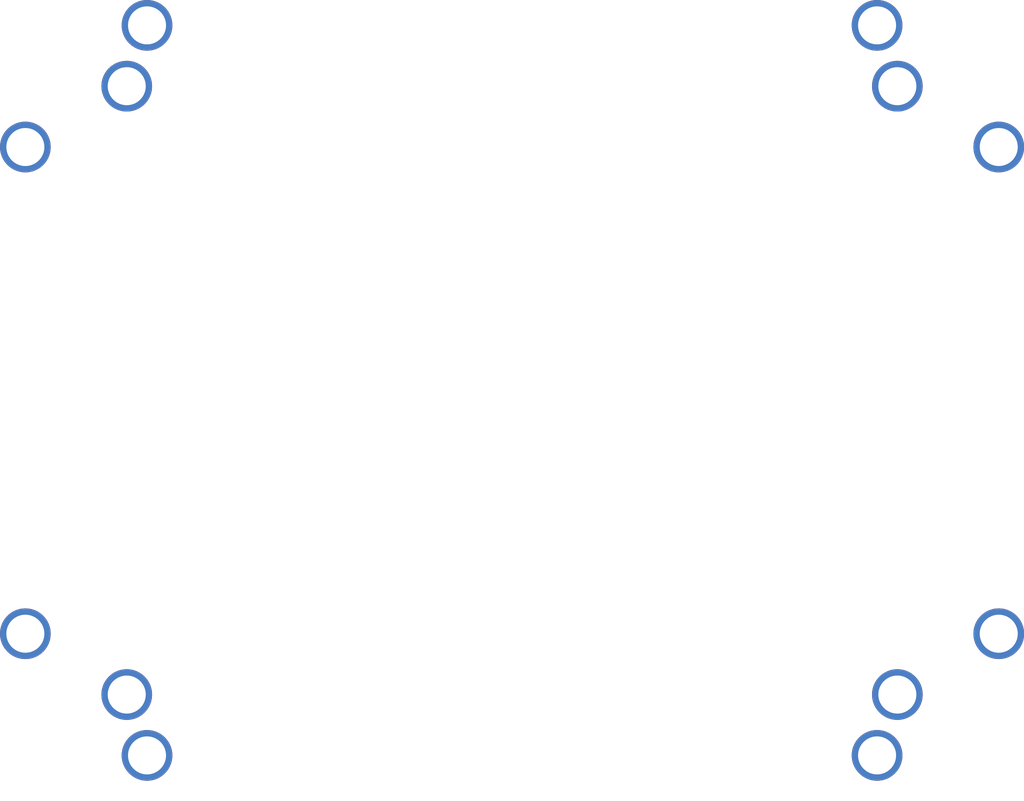
<source format=kicad_pcb>
(kicad_pcb (version 4) (host pcbnew 4.0.7)

  (general
    (links 353)
    (no_connects 168)
    (area 0 0 0 0)
    (thickness 1.6)
    (drawings 0)
    (tracks 0)
    (zones 0)
    (modules 1)
    (nets 1)
  )

  (page A4)
  (layers
    (0 F.Cu signal)
    (31 B.Cu signal)
    (32 B.Adhes user)
    (33 F.Adhes user)
    (34 B.Paste user)
    (35 F.Paste user)
    (36 B.SilkS user)
    (37 F.SilkS user)
    (38 B.Mask user)
    (39 F.Mask user)
    (40 Dwgs.User user)
    (41 Cmts.User user)
    (42 Eco1.User user)
    (43 Eco2.User user)
    (44 Edge.Cuts user)
    (45 Margin user)
    (46 B.CrtYd user)
    (47 F.CrtYd user)
    (48 B.Fab user)
    (49 F.Fab user)
  )

  (setup
    (last_trace_width 0.1524)
    (trace_clearance 0.1524)
    (zone_clearance 0.508)
    (zone_45_only no)
    (trace_min 0.1524)
    (segment_width 0.2)
    (edge_width 0.15)
    (via_size 0.6)
    (via_drill 0.3)
    (via_min_size 0.4)
    (via_min_drill 0.3)
    (uvia_size 0.3)
    (uvia_drill 0.1)
    (uvias_allowed no)
    (uvia_min_size 0.2)
    (uvia_min_drill 0.1)
    (pcb_text_width 0.3)
    (pcb_text_size 1.5 1.5)
    (mod_edge_width 0.15)
    (mod_text_size 1 1)
    (mod_text_width 0.15)
    (pad_size 1.524 1.524)
    (pad_drill 0.762)
    (pad_to_mask_clearance 0.2)
    (aux_axis_origin 0 0)
    (visible_elements 7FFFFFFF)
    (pcbplotparams
      (layerselection 0x00030_80000001)
      (usegerberextensions false)
      (excludeedgelayer true)
      (linewidth 0.100000)
      (plotframeref false)
      (viasonmask false)
      (mode 1)
      (useauxorigin false)
      (hpglpennumber 1)
      (hpglpenspeed 20)
      (hpglpendiameter 15)
      (hpglpenoverlay 2)
      (psnegative false)
      (psa4output false)
      (plotreference true)
      (plotvalue true)
      (plotinvisibletext false)
      (padsonsilk false)
      (subtractmaskfromsilk false)
      (outputformat 1)
      (mirror false)
      (drillshape 1)
      (scaleselection 1)
      (outputdirectory ""))
  )

  (net 0 "")

  (net_class Default "This is the default net class."
    (clearance 0.1524)
    (trace_width 0.1524)
    (via_dia 0.6)
    (via_drill 0.3)
    (uvia_dia 0.3)
    (uvia_drill 0.1)
    (add_net +12V)
    (add_net +3V3)
    (add_net +5V)
    (add_net /CurrentSense)
    (add_net /DUT+)
    (add_net /Measurement/ADC_INPUT)
    (add_net /Measurement/DAC8560)
    (add_net /Measurement/DUT-)
    (add_net /Measurement/FILTER0)
    (add_net /Measurement/FILTER1)
    (add_net /Measurement/OSR0)
    (add_net /Measurement/OSR1)
    (add_net /Measurement/Offset_DAC)
    (add_net /Measurement/Offset_LDAC)
    (add_net /Measurement/S0)
    (add_net /Measurement/S1)
    (add_net /Measurement/SPI0_CE0)
    (add_net /Measurement/SPI0_CLK)
    (add_net /Measurement/SPI0_MISO)
    (add_net /Measurement/SPI0_MOSI)
    (add_net /Measurement/SPI1_CE0)
    (add_net /Measurement/SPI1_CE1)
    (add_net /Measurement/SPI1_CLK)
    (add_net /Measurement/SPI1_MOSI)
    (add_net /Measurement/SenseResistor)
    (add_net /Measurement/VoltageSense)
    (add_net /Measurement/Vref)
    (add_net /Measurement/~DRDY~/FSYNC)
    (add_net /Setpoint)
    (add_net Earth)
    (add_net "Net-(C103-Pad1)")
    (add_net "Net-(C103-Pad2)")
    (add_net "Net-(C205-Pad1)")
    (add_net "Net-(C207-Pad1)")
    (add_net "Net-(C208-Pad1)")
    (add_net "Net-(C209-Pad1)")
    (add_net "Net-(C216-Pad1)")
    (add_net "Net-(D101-Pad1)")
    (add_net "Net-(D101-Pad2)")
    (add_net "Net-(D102-Pad1)")
    (add_net "Net-(D102-Pad2)")
    (add_net "Net-(D201-Pad1)")
    (add_net "Net-(D202-Pad1)")
    (add_net "Net-(D203-Pad1)")
    (add_net "Net-(F101-Pad2)")
    (add_net "Net-(J102-Pad11)")
    (add_net "Net-(J102-Pad13)")
    (add_net "Net-(J102-Pad15)")
    (add_net "Net-(J102-Pad17)")
    (add_net "Net-(J102-Pad19)")
    (add_net "Net-(J102-Pad21)")
    (add_net "Net-(J102-Pad23)")
    (add_net "Net-(J102-Pad25)")
    (add_net "Net-(J102-Pad27)")
    (add_net "Net-(J102-Pad29)")
    (add_net "Net-(J102-Pad5)")
    (add_net "Net-(J102-Pad7)")
    (add_net "Net-(J102-Pad9)")
    (add_net "Net-(Q101-Pad1)")
    (add_net "Net-(Q101-Pad3)")
    (add_net "Net-(Q102-Pad1)")
    (add_net "Net-(Q102-Pad3)")
    (add_net "Net-(Q103-Pad1)")
    (add_net "Net-(Q103-Pad3)")
    (add_net "Net-(Q104-Pad1)")
    (add_net "Net-(Q104-Pad3)")
    (add_net "Net-(Q105-Pad1)")
    (add_net "Net-(Q105-Pad3)")
    (add_net "Net-(Q106-Pad1)")
    (add_net "Net-(Q106-Pad3)")
    (add_net "Net-(Q107-Pad1)")
    (add_net "Net-(Q107-Pad3)")
    (add_net "Net-(Q108-Pad1)")
    (add_net "Net-(Q108-Pad3)")
    (add_net "Net-(Q109-Pad1)")
    (add_net "Net-(Q109-Pad3)")
    (add_net "Net-(Q110-Pad1)")
    (add_net "Net-(Q110-Pad3)")
    (add_net "Net-(Q111-Pad1)")
    (add_net "Net-(Q111-Pad3)")
    (add_net "Net-(Q112-Pad1)")
    (add_net "Net-(Q112-Pad3)")
    (add_net "Net-(Q113-Pad1)")
    (add_net "Net-(Q114-Pad1)")
    (add_net "Net-(R101-Pad2)")
    (add_net "Net-(R136-Pad2)")
    (add_net "Net-(R138-Pad2)")
    (add_net "Net-(R140-Pad2)")
    (add_net "Net-(R142-Pad2)")
    (add_net "Net-(R201-Pad2)")
    (add_net "Net-(R202-Pad1)")
    (add_net "Net-(R203-Pad1)")
    (add_net "Net-(R203-Pad2)")
    (add_net "Net-(R204-Pad1)")
    (add_net "Net-(R205-Pad2)")
    (add_net "Net-(R207-Pad1)")
    (add_net "Net-(R208-Pad2)")
    (add_net "Net-(R214-Pad2)")
    (add_net "Net-(R215-Pad1)")
    (add_net "Net-(R216-Pad2)")
    (add_net "Net-(R220-Pad1)")
    (add_net "Net-(R221-Pad1)")
    (add_net "Net-(R221-Pad2)")
    (add_net "Net-(R222-Pad1)")
    (add_net "Net-(R222-Pad2)")
    (add_net "Net-(R223-Pad1)")
    (add_net "Net-(R223-Pad2)")
    (add_net "Net-(R224-Pad1)")
    (add_net "Net-(R224-Pad2)")
    (add_net "Net-(R225-Pad1)")
    (add_net "Net-(R229-Pad1)")
    (add_net "Net-(R231-Pad2)")
    (add_net "Net-(U102-Pad9)")
    (add_net "Net-(U206-Pad1)")
    (add_net "Net-(U207-Pad6)")
    (add_net "Net-(U211-Pad5)")
    (add_net "Net-(U211-Pad8)")
  )

  (module pc_cooler_mount:PC_COOLER_MOUNT (layer F.Cu) (tedit 59A02E48) (tstamp 59A5D8DE)
    (at -440.43 -140.84)
    (fp_text reference REF** (at 19.5 -38.5) (layer F.SilkS) hide
      (effects (font (size 1 1) (thickness 0.15)))
    )
    (fp_text value WATERCOOLER_MOUNT (at 25.5 -37) (layer F.Fab)
      (effects (font (size 1 1) (thickness 0.15)))
    )
    (fp_text user LGA775 (at 0 38.5) (layer F.Fab)
      (effects (font (size 3 3) (thickness 0.15)))
    )
    (fp_text user "HOT ZONE" (at 0 0) (layer F.Fab)
      (effects (font (size 4 4) (thickness 0.15)))
    )
    (fp_line (start 20.5 20.5) (end -20.5 20.5) (layer F.Fab) (width 0.15))
    (fp_line (start -48 -24) (end 48 -24) (layer F.Fab) (width 0.15))
    (fp_line (start -48 24) (end -48 -24) (layer F.Fab) (width 0.15))
    (fp_line (start -20.5 -20.5) (end -20.5 20.5) (layer F.Fab) (width 0.15))
    (fp_line (start -20.5 -20.5) (end 20.5 -20.5) (layer F.Fab) (width 0.15))
    (fp_line (start 20.5 20.5) (end 20.5 -20.5) (layer F.Fab) (width 0.15))
    (fp_line (start -48 24) (end 48 24) (layer F.Fab) (width 0.15))
    (fp_line (start 48 24) (end 48 -24) (layer F.Fab) (width 0.15))
    (fp_line (start -36 -36) (end 36 -36) (layer F.Fab) (width 0.15))
    (fp_line (start 36 36) (end -36 36) (layer F.Fab) (width 0.15))
    (fp_line (start 36 36) (end 36 -36) (layer F.Fab) (width 0.15))
    (fp_line (start -36 -36) (end -36 36) (layer F.Fab) (width 0.15))
    (fp_text user AM2/AM3 (at 0 26.5) (layer F.Fab)
      (effects (font (size 3 3) (thickness 0.15)))
    )
    (fp_line (start -38 -30) (end 38 -30) (layer F.Fab) (width 0.15))
    (fp_line (start 38 30) (end 38 -30) (layer F.Fab) (width 0.15))
    (fp_line (start -38 30) (end 38 30) (layer F.Fab) (width 0.15))
    (fp_line (start -38 30) (end -38 -30) (layer F.Fab) (width 0.15))
    (fp_text user "Socket 478" (at 0 32.5) (layer F.Fab)
      (effects (font (size 3 3) (thickness 0.15)))
    )
    (pad 1 thru_hole circle (at 48 -24) (size 5 5) (drill 3.75) (layers *.Cu *.Mask))
    (pad 1 thru_hole circle (at -48 -24) (size 5 5) (drill 3.75) (layers *.Cu *.Mask))
    (pad 1 thru_hole circle (at 48 24) (size 5 5) (drill 3.75) (layers *.Cu *.Mask))
    (pad 1 thru_hole circle (at -48 24) (size 5 5) (drill 3.75) (layers *.Cu *.Mask))
    (pad 1 thru_hole circle (at 36 -36) (size 5 5) (drill 3.75) (layers *.Cu *.Mask))
    (pad 1 thru_hole circle (at 36 36) (size 5 5) (drill 3.75) (layers *.Cu *.Mask))
    (pad 1 thru_hole circle (at -36 36) (size 5 5) (drill 3.75) (layers *.Cu *.Mask))
    (pad 1 thru_hole circle (at -36 -36) (size 5 5) (drill 3.75) (layers *.Cu *.Mask))
    (pad 1 thru_hole circle (at -38 30) (size 5 5) (drill 3.75) (layers *.Cu *.Mask))
    (pad 1 thru_hole circle (at 38 30) (size 5 5) (drill 3.75) (layers *.Cu *.Mask))
    (pad 1 thru_hole circle (at 38 -30) (size 5 5) (drill 3.75) (layers *.Cu *.Mask))
    (pad 1 thru_hole circle (at -38 -30) (size 5 5) (drill 3.75) (layers *.Cu *.Mask))
  )

)

</source>
